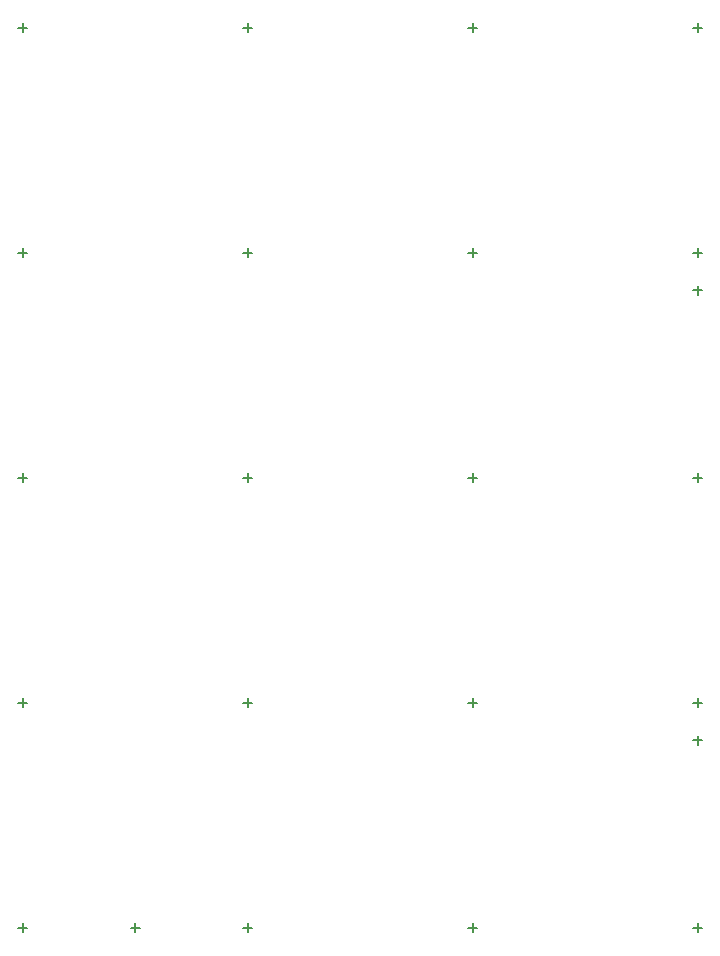
<source format=gbr>
G04 #@! TF.GenerationSoftware,KiCad,Pcbnew,(5.1.2)-1*
G04 #@! TF.CreationDate,2019-05-27T14:02:07+07:00*
G04 #@! TF.ProjectId,numpad,6e756d70-6164-42e6-9b69-6361645f7063,rev?*
G04 #@! TF.SameCoordinates,Original*
G04 #@! TF.FileFunction,Legend,Top*
G04 #@! TF.FilePolarity,Positive*
%FSLAX46Y46*%
G04 Gerber Fmt 4.6, Leading zero omitted, Abs format (unit mm)*
G04 Created by KiCad (PCBNEW (5.1.2)-1) date 2019-05-27 14:02:07*
%MOMM*%
%LPD*%
G04 APERTURE LIST*
%ADD10C,0.150000*%
G04 APERTURE END LIST*
D10*
X42805373Y-29986861D02*
X43567278Y-29986861D01*
X43186326Y-30367813D02*
X43186326Y-29605909D01*
X42805373Y-49036861D02*
X43567278Y-49036861D01*
X43186326Y-49417813D02*
X43186326Y-48655909D01*
X42805373Y-68086861D02*
X43567278Y-68086861D01*
X43186326Y-68467813D02*
X43186326Y-67705909D01*
X42805373Y-87136861D02*
X43567278Y-87136861D01*
X43186326Y-87517813D02*
X43186326Y-86755909D01*
X42805373Y-106186861D02*
X43567278Y-106186861D01*
X43186326Y-106567813D02*
X43186326Y-105805909D01*
X52330373Y-106186861D02*
X53092278Y-106186861D01*
X52711326Y-106567813D02*
X52711326Y-105805909D01*
X61855373Y-29986861D02*
X62617278Y-29986861D01*
X62236326Y-30367813D02*
X62236326Y-29605909D01*
X61855373Y-49036861D02*
X62617278Y-49036861D01*
X62236326Y-49417813D02*
X62236326Y-48655909D01*
X61855373Y-68086861D02*
X62617278Y-68086861D01*
X62236326Y-68467813D02*
X62236326Y-67705909D01*
X61855373Y-87136861D02*
X62617278Y-87136861D01*
X62236326Y-87517813D02*
X62236326Y-86755909D01*
X61855373Y-106186861D02*
X62617278Y-106186861D01*
X62236326Y-106567813D02*
X62236326Y-105805909D01*
X80905373Y-29986861D02*
X81667278Y-29986861D01*
X81286326Y-30367813D02*
X81286326Y-29605909D01*
X80905373Y-49036861D02*
X81667278Y-49036861D01*
X81286326Y-49417813D02*
X81286326Y-48655909D01*
X80905373Y-68086861D02*
X81667278Y-68086861D01*
X81286326Y-68467813D02*
X81286326Y-67705909D01*
X80905373Y-87136861D02*
X81667278Y-87136861D01*
X81286326Y-87517813D02*
X81286326Y-86755909D01*
X80905373Y-106186861D02*
X81667278Y-106186861D01*
X81286326Y-106567813D02*
X81286326Y-105805909D01*
X99955373Y-29986861D02*
X100717278Y-29986861D01*
X100336326Y-30367813D02*
X100336326Y-29605909D01*
X99955373Y-49036861D02*
X100717278Y-49036861D01*
X100336326Y-49417813D02*
X100336326Y-48655909D01*
X99955373Y-52211861D02*
X100717278Y-52211861D01*
X100336326Y-52592813D02*
X100336326Y-51830909D01*
X99955373Y-68086861D02*
X100717278Y-68086861D01*
X100336326Y-68467813D02*
X100336326Y-67705909D01*
X99955373Y-87136861D02*
X100717278Y-87136861D01*
X100336326Y-87517813D02*
X100336326Y-86755909D01*
X99955373Y-90311861D02*
X100717278Y-90311861D01*
X100336326Y-90692813D02*
X100336326Y-89930909D01*
X99955373Y-106186861D02*
X100717278Y-106186861D01*
X100336326Y-106567813D02*
X100336326Y-105805909D01*
M02*

</source>
